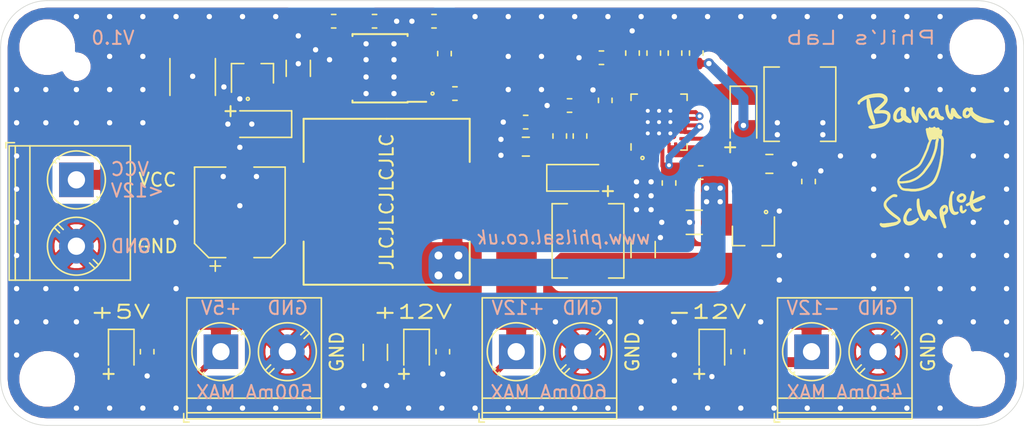
<source format=kicad_pcb>
(kicad_pcb (version 20171130) (host pcbnew "(5.1.6)-1")
  (layers (0 F.Cu signal) (31 B.Cu signal) (34 B.Paste user) (35 F.Paste user) (36 B.SilkS user) (37 F.SilkS user) (38 B.Mask user) (39 F.Mask user) (44 Edge.Cuts user))
  (net 0 "")
  (net 1 "Net-(C1-Pad1)")
  (net 2 GND)
  (net 3 "Net-(C2-Pad2)")
  (net 4 FB)
  (net 5 "Net-(C6-Pad1)")
  (net 6 "Net-(C7-Pad1)")
  (net 7 "Net-(C8-Pad1)")
  (net 8 +12V)
  (net 9 "Net-(C9-Pad2)")
  (net 10 "Net-(C11-Pad1)")
  (net 11 -12V)
  (net 12 "Net-(C12-Pad1)")
  (net 13 "Net-(C13-Pad1)")
  (net 14 "Net-(D3-Pad1)")
  (net 15 VCC)
  (net 16 "Net-(Q2-Pad1)")
  (net 17 "Net-(R1-Pad1)")
  (net 18 "Net-(U2-Pad12)")
  (net 19 "Net-(U2-Pad20)")
  (net 20 "Net-(C2-Pad1)")
  (net 21 "Net-(D2-Pad2)")
  (net 22 +5V)
  (net 23 "Net-(D4-Pad1)")
  (net 24 "Net-(D5-Pad1)")
  (net 25 "Net-(D6-Pad1)")
  (net 26 "Net-(U1-Pad3)")
  (net 27 "Net-(U1-Pad2)")
  (net 28 "Net-(F1-Pad1)")
  (module MountingHole:MountingHole_2.1mm (layer F.Cu) (at 91.25 42.175)
    (fp_text reference REF**)
    (fp_text value MountingHole_1.152mm)
    (pad "" np_thru_hole circle (at 0 0) (size 1.152 1.152) (drill 1.152) (layers *.Cu *.Mask))
  )
  (module MountingHole:MountingHole_2.1mm (layer F.Cu) (at 25 20.775)
    (fp_text reference REF**)
    (fp_text value MountingHole_1.152mm)
    (pad "" np_thru_hole circle (at 0 0) (size 1.152 1.152) (drill 1.152) (layers *.Cu *.Mask))
  )
  (module Fuse:Fuse_1812_4532Metric (layer F.Cu) (at 33.75 21.55 270)
    (fp_text reference F1)
    (fp_text value 1A)
    (pad 2 smd roundrect (at 2.1375 0 270) (size 1.125 3.4) (layers F.Cu F.Paste F.Mask) (roundrect_rratio 0.222222) (net 15 VCC))
    (pad 1 smd roundrect (at -2.1375 0 270) (size 1.125 3.4) (layers F.Cu F.Paste F.Mask) (roundrect_rratio 0.222222) (net 28 "Net-(F1-Pad1)"))
  )
  (module SchmillipKiCADLibrary:SWRB1204S (layer F.Cu) (at 48.35 30.95)
    (fp_text reference L1)
    (fp_text value 47u)
    (pad 2 smd rect (at 4.95 0) (size 2.9 5.4) (layers F.Cu F.Paste F.Mask) (net 22 +5V))
    (pad 1 smd rect (at -4.95 0) (size 2.9 5.4) (layers F.Cu F.Paste F.Mask) (net 3 "Net-(C2-Pad2)"))
  )
  (module Capacitor_SMD:CP_Elec_6.3x7.7 (layer F.Cu) (at 37.3 31.75 90)
    (fp_text reference C4)
    (fp_text value 220u)
    (pad 2 smd roundrect (at 2.7 0 90) (size 3.5 1.6) (layers F.Cu F.Paste F.Mask) (roundrect_rratio 0.15625) (net 2 GND))
    (pad 1 smd roundrect (at -2.7 0 90) (size 3.5 1.6) (layers F.Cu F.Paste F.Mask) (roundrect_rratio 0.15625) (net 22 +5V))
  )
  (module BananSchplitSilk:BananaSchplitSilkLogoDrawn (layer F.Cu) (at 89 28)
    (fp_text reference G*** hide)
    (fp_text value LOGO hide)
  )
  (module Package_SO:TI_SO-PowerPAD-8_ThermalVias (layer F.Cu) (at 47.85 20.895 180)
    (fp_text reference U1)
    (fp_text value TPS5430DDA)
    (pad 9 smd rect (at 0 0 180) (size 2.95 4.5) (layers B.Cu) (net 2 GND))
    (pad 8 smd rect (at 2.7 -1.905 180) (size 1.55 0.6) (layers F.Cu F.Paste F.Mask) (net 3 "Net-(C2-Pad2)"))
    (pad 7 smd rect (at 2.7 -0.635 180) (size 1.55 0.6) (layers F.Cu F.Paste F.Mask) (net 1 "Net-(C1-Pad1)"))
    (pad 6 smd rect (at 2.7 0.635 180) (size 1.55 0.6) (layers F.Cu F.Paste F.Mask) (net 2 GND))
    (pad 5 smd rect (at 2.7 1.905 180) (size 1.55 0.6) (layers F.Cu F.Paste F.Mask) (net 17 "Net-(R1-Pad1)"))
    (pad 4 smd rect (at -2.7 1.905 180) (size 1.55 0.6) (layers F.Cu F.Paste F.Mask) (net 4 FB))
    (pad 3 smd rect (at -2.7 0.635 180) (size 1.55 0.6) (layers F.Cu F.Paste F.Mask) (net 26 "Net-(U1-Pad3)"))
    (pad 2 smd rect (at -2.7 -0.635 180) (size 1.55 0.6) (layers F.Cu F.Paste F.Mask) (net 27 "Net-(U1-Pad2)"))
    (pad 1 smd rect (at -2.7 -1.905 180) (size 1.55 0.6) (layers F.Cu F.Paste F.Mask) (net 20 "Net-(C2-Pad1)"))
    (pad 9 smd rect (at 0 0 180) (size 2.95 4.5) (layers F.Cu) (net 2 GND))
    (pad 9 smd rect (at 0 0 180) (size 2.6 3.1) (layers F.Cu F.Paste F.Mask) (net 2 GND))
  )
  (module MountingHole:MountingHole_3.2mm_M3 (layer F.Cu) (at 92.8 19.3)
    (fp_text reference H4)
    (fp_text value MountingHole)
    (pad 1 np_thru_hole circle (at 0 0) (size 3.2 3.2) (drill 3.2) (layers *.Cu *.Mask))
  )
  (module MountingHole:MountingHole_3.2mm_M3 (layer F.Cu) (at 22.8 19.3)
    (fp_text reference H3)
    (fp_text value MountingHole)
    (pad 1 np_thru_hole circle (at 0 0) (size 3.2 3.2) (drill 3.2) (layers *.Cu *.Mask))
  )
  (module MountingHole:MountingHole_3.2mm_M3 (layer F.Cu) (at 92.8 44.3)
    (fp_text reference H2)
    (fp_text value MountingHole)
    (pad 1 np_thru_hole circle (at 0 0) (size 3.2 3.2) (drill 3.2) (layers *.Cu *.Mask))
  )
  (module MountingHole:MountingHole_3.2mm_M3 (layer F.Cu) (at 22.8 44.3)
    (fp_text reference H1)
    (fp_text value MountingHole)
    (pad 1 np_thru_hole circle (at 0 0) (size 3.2 3.2) (drill 3.2) (layers *.Cu *.Mask))
  )
  (module Resistor_SMD:R_0603_1608Metric (layer F.Cu) (at 74.775 42.25 90)
    (fp_text reference R14)
    (fp_text value 5k1)
    (pad 2 smd roundrect (at 0.7875 0 90) (size 0.875 0.95) (layers F.Cu F.Paste F.Mask) (net 25 "Net-(D6-Pad1)"))
    (pad 1 smd roundrect (at -0.7875 0 90) (size 0.875 0.95) (layers F.Cu F.Paste F.Mask) (net 11 -12V))
  )
  (module Resistor_SMD:R_0603_1608Metric (layer F.Cu) (at 52.575 42.25 90)
    (fp_text reference R13)
    (fp_text value 4k3)
    (pad 2 smd roundrect (at 0.7875 0 90) (size 0.875 0.95) (layers F.Cu F.Paste F.Mask) (net 24 "Net-(D5-Pad1)"))
    (pad 1 smd roundrect (at -0.7875 0 90) (size 0.875 0.95) (layers F.Cu F.Paste F.Mask) (net 2 GND))
  )
  (module Resistor_SMD:R_0603_1608Metric (layer F.Cu) (at 30.325 42.25 90)
    (fp_text reference R12)
    (fp_text value 1k5)
    (pad 2 smd roundrect (at 0.7875 0 90) (size 0.875 0.95) (layers F.Cu F.Paste F.Mask) (net 23 "Net-(D4-Pad1)"))
    (pad 1 smd roundrect (at -0.7875 0 90) (size 0.875 0.95) (layers F.Cu F.Paste F.Mask) (net 2 GND))
  )
  (module Resistor_SMD:R_0603_1608Metric (layer F.Cu) (at 44.3625 17.35 180)
    (fp_text reference R1)
    (fp_text value 100k)
    (pad 2 smd roundrect (at 0.7875 0 180) (size 0.875 0.95) (layers F.Cu F.Paste F.Mask) (net 1 "Net-(C1-Pad1)"))
    (pad 1 smd roundrect (at -0.7875 0 180) (size 0.875 0.95) (layers F.Cu F.Paste F.Mask) (net 17 "Net-(R1-Pad1)"))
  )
  (module TerminalBlock_Phoenix:TerminalBlock_Phoenix_PT-1,5-2-5.0-H_1x02_P5.00mm_Horizontal (layer F.Cu) (at 35.875 42.25)
    (fp_text reference J2)
    (fp_text value Screw_Terminal_01x02)
    (pad 2 thru_hole circle (at 5 0) (size 2.6 2.6) (drill 1.3) (layers *.Cu *.Mask) (net 2 GND))
    (pad 1 thru_hole rect (at 0 0) (size 2.6 2.6) (drill 1.3) (layers *.Cu *.Mask) (net 22 +5V))
  )
  (module LED_SMD:LED_0805_2012Metric (layer F.Cu) (at 72.825 42.25 270)
    (fp_text reference D6)
    (fp_text value YELLOW)
    (pad 2 smd roundrect (at 0.9375 0 270) (size 0.975 1.4) (layers F.Cu F.Paste F.Mask) (net 2 GND))
    (pad 1 smd roundrect (at -0.9375 0 270) (size 0.975 1.4) (layers F.Cu F.Paste F.Mask) (net 25 "Net-(D6-Pad1)"))
  )
  (module LED_SMD:LED_0805_2012Metric (layer F.Cu) (at 50.6 42.25 270)
    (fp_text reference D5)
    (fp_text value GREEN)
    (pad 2 smd roundrect (at 0.9375 0 270) (size 0.975 1.4) (layers F.Cu F.Paste F.Mask) (net 8 +12V))
    (pad 1 smd roundrect (at -0.9375 0 270) (size 0.975 1.4) (layers F.Cu F.Paste F.Mask) (net 24 "Net-(D5-Pad1)"))
  )
  (module LED_SMD:LED_0805_2012Metric (layer F.Cu) (at 28.375 42.25 270)
    (fp_text reference D4)
    (fp_text value RED)
    (pad 2 smd roundrect (at 0.9375 0 270) (size 0.975 1.4) (layers F.Cu F.Paste F.Mask) (net 22 +5V))
    (pad 1 smd roundrect (at -0.9375 0 270) (size 0.975 1.4) (layers F.Cu F.Paste F.Mask) (net 23 "Net-(D4-Pad1)"))
  )
  (module Capacitor_SMD:C_1206_3216Metric (layer F.Cu) (at 41.7 20.9 90)
    (fp_text reference C1)
    (fp_text value 10u)
    (pad 1 smd roundrect (at -1.4 0 90) (size 1.25 1.75) (layers F.Cu F.Paste F.Mask) (roundrect_rratio 0.2) (net 1 "Net-(C1-Pad1)"))
    (pad 2 smd roundrect (at 1.4 0 90) (size 1.25 1.75) (layers F.Cu F.Paste F.Mask) (roundrect_rratio 0.2) (net 2 GND))
  )
  (module Capacitor_SMD:C_0603_1608Metric (layer F.Cu) (at 53.4875 22.8)
    (fp_text reference C2)
    (fp_text value 10n)
    (pad 2 smd roundrect (at 0.7875 0) (size 0.875 0.95) (layers F.Cu F.Paste F.Mask) (net 3 "Net-(C2-Pad2)"))
    (pad 1 smd roundrect (at -0.7875 0) (size 0.875 0.95) (layers F.Cu F.Paste F.Mask) (net 20 "Net-(C2-Pad1)"))
  )
  (module Capacitor_SMD:C_1206_3216Metric (layer F.Cu) (at 47.5 42.3 270)
    (fp_text reference C3)
    (fp_text value 10u)
    (pad 2 smd roundrect (at 1.4 0 270) (size 1.25 1.75) (layers F.Cu F.Paste F.Mask) (roundrect_rratio 0.2) (net 2 GND))
    (pad 1 smd roundrect (at -1.4 0 270) (size 1.25 1.75) (layers F.Cu F.Paste F.Mask) (roundrect_rratio 0.2) (net 22 +5V))
  )
  (module Capacitor_SMD:C_1206_3216Metric (layer F.Cu) (at 71.5 32.5 180)
    (fp_text reference C5)
    (fp_text value 10u)
    (pad 1 smd roundrect (at -1.4 0 180) (size 1.25 1.75) (layers F.Cu F.Paste F.Mask) (roundrect_rratio 0.2) (net 22 +5V))
    (pad 2 smd roundrect (at 1.4 0 180) (size 1.25 1.75) (layers F.Cu F.Paste F.Mask) (roundrect_rratio 0.2) (net 2 GND))
  )
  (module Capacitor_SMD:C_1206_3216Metric (layer F.Cu) (at 67.65 34.55 90)
    (fp_text reference C6)
    (fp_text value 10u)
    (pad 2 smd roundrect (at 1.4 0 90) (size 1.25 1.75) (layers F.Cu F.Paste F.Mask) (roundrect_rratio 0.2) (net 2 GND))
    (pad 1 smd roundrect (at -1.4 0 90) (size 1.25 1.75) (layers F.Cu F.Paste F.Mask) (roundrect_rratio 0.2) (net 5 "Net-(C6-Pad1)"))
  )
  (module Capacitor_SMD:C_0603_1608Metric (layer F.Cu) (at 69.6 29.5375 270)
    (fp_text reference C7)
    (fp_text value 100n)
    (pad 1 smd roundrect (at -0.7875 0 270) (size 0.875 0.95) (layers F.Cu F.Paste F.Mask) (net 6 "Net-(C7-Pad1)"))
    (pad 2 smd roundrect (at 0.7875 0 270) (size 0.875 0.95) (layers F.Cu F.Paste F.Mask) (net 2 GND))
  )
  (module Capacitor_SMD:C_0603_1608Metric (layer F.Cu) (at 64.8 23.3125 90)
    (fp_text reference C8)
    (fp_text value 10n)
    (pad 1 smd roundrect (at -0.7875 0 90) (size 0.875 0.95) (layers F.Cu F.Paste F.Mask) (net 7 "Net-(C8-Pad1)"))
    (pad 2 smd roundrect (at 0.7875 0 90) (size 0.875 0.95) (layers F.Cu F.Paste F.Mask) (net 2 GND))
  )
  (module Capacitor_SMD:C_0603_1608Metric (layer F.Cu) (at 61.375 26 90)
    (fp_text reference C9)
    (fp_text value 6p8)
    (pad 1 smd roundrect (at -0.7875 0 90) (size 0.875 0.95) (layers F.Cu F.Paste F.Mask) (net 8 +12V))
    (pad 2 smd roundrect (at 0.7875 0 90) (size 0.875 0.95) (layers F.Cu F.Paste F.Mask) (net 9 "Net-(C9-Pad2)"))
  )
  (module Capacitor_SMD:C_0805_2012Metric (layer F.Cu) (at 58.825 26.8 180)
    (fp_text reference C10)
    (fp_text value 22u)
    (pad 1 smd roundrect (at -0.9375 0 180) (size 0.975 1.4) (layers F.Cu F.Paste F.Mask) (net 8 +12V))
    (pad 2 smd roundrect (at 0.9375 0 180) (size 0.975 1.4) (layers F.Cu F.Paste F.Mask) (net 2 GND))
  )
  (module Capacitor_SMD:C_0603_1608Metric (layer F.Cu) (at 71.65 19.75 270)
    (fp_text reference C11)
    (fp_text value 8p2)
    (pad 1 smd roundrect (at -0.7875 0 270) (size 0.875 0.95) (layers F.Cu F.Paste F.Mask) (net 10 "Net-(C11-Pad1)"))
    (pad 2 smd roundrect (at 0.7875 0 270) (size 0.875 0.95) (layers F.Cu F.Paste F.Mask) (net 11 -12V))
  )
  (module Capacitor_SMD:C_0603_1608Metric (layer F.Cu) (at 66.85 19.75 90)
    (fp_text reference C12)
    (fp_text value 220n)
    (pad 2 smd roundrect (at 0.7875 0 90) (size 0.875 0.95) (layers F.Cu F.Paste F.Mask) (net 2 GND))
    (pad 1 smd roundrect (at -0.7875 0 90) (size 0.875 0.95) (layers F.Cu F.Paste F.Mask) (net 12 "Net-(C12-Pad1)"))
  )
  (module Capacitor_SMD:C_0603_1608Metric (layer F.Cu) (at 64.5125 20.1 180)
    (fp_text reference C13)
    (fp_text value 4n7)
    (pad 2 smd roundrect (at 0.7875 0 180) (size 0.875 0.95) (layers F.Cu F.Paste F.Mask) (net 2 GND))
    (pad 1 smd roundrect (at -0.7875 0 180) (size 0.875 0.95) (layers F.Cu F.Paste F.Mask) (net 13 "Net-(C13-Pad1)"))
  )
  (module Capacitor_SMD:C_0805_2012Metric (layer F.Cu) (at 77.15 28.1)
    (fp_text reference C14)
    (fp_text value 22u)
    (pad 2 smd roundrect (at 0.9375 0) (size 0.975 1.4) (layers F.Cu F.Paste F.Mask) (net 2 GND))
    (pad 1 smd roundrect (at -0.9375 0) (size 0.975 1.4) (layers F.Cu F.Paste F.Mask) (net 11 -12V))
  )
  (module Diode_SMD:D_SOD-123 (layer F.Cu) (at 62.65 29.15)
    (fp_text reference D2)
    (fp_text value B5819W)
    (pad 2 smd rect (at 1.65 0) (size 0.9 1.2) (layers F.Cu F.Paste F.Mask) (net 21 "Net-(D2-Pad2)"))
    (pad 1 smd rect (at -1.65 0) (size 0.9 1.2) (layers F.Cu F.Paste F.Mask) (net 8 +12V))
  )
  (module Diode_SMD:D_SOD-123 (layer F.Cu) (at 38.95 25.1 180)
    (fp_text reference D1)
    (fp_text value B5819W)
    (pad 1 smd rect (at -1.65 0 180) (size 0.9 1.2) (layers F.Cu F.Paste F.Mask) (net 3 "Net-(C2-Pad2)"))
    (pad 2 smd rect (at 1.65 0 180) (size 0.9 1.2) (layers F.Cu F.Paste F.Mask) (net 2 GND))
  )
  (module Diode_SMD:D_SOD-123 (layer F.Cu) (at 75.2 24.5 270)
    (fp_text reference D3)
    (fp_text value B5819W)
    (pad 1 smd rect (at -1.65 0 270) (size 0.9 1.2) (layers F.Cu F.Paste F.Mask) (net 14 "Net-(D3-Pad1)"))
    (pad 2 smd rect (at 1.65 0 270) (size 0.9 1.2) (layers F.Cu F.Paste F.Mask) (net 11 -12V))
  )
  (module TerminalBlock_Phoenix:TerminalBlock_Phoenix_PT-1,5-2-5.0-H_1x02_P5.00mm_Horizontal (layer F.Cu) (at 25 29.3 270)
    (fp_text reference J1)
    (fp_text value Screw_Terminal_01x02)
    (pad 1 thru_hole rect (at 0 0 270) (size 2.6 2.6) (drill 1.3) (layers *.Cu *.Mask) (net 15 VCC))
    (pad 2 thru_hole circle (at 5 0 270) (size 2.6 2.6) (drill 1.3) (layers *.Cu *.Mask) (net 2 GND))
  )
  (module TerminalBlock_Phoenix:TerminalBlock_Phoenix_PT-1,5-2-5.0-H_1x02_P5.00mm_Horizontal (layer F.Cu) (at 58.1 42.25)
    (fp_text reference J3)
    (fp_text value Screw_Terminal_01x02)
    (pad 2 thru_hole circle (at 5 0) (size 2.6 2.6) (drill 1.3) (layers *.Cu *.Mask) (net 2 GND))
    (pad 1 thru_hole rect (at 0 0) (size 2.6 2.6) (drill 1.3) (layers *.Cu *.Mask) (net 8 +12V))
  )
  (module TerminalBlock_Phoenix:TerminalBlock_Phoenix_PT-1,5-2-5.0-H_1x02_P5.00mm_Horizontal (layer F.Cu) (at 80.325 42.25)
    (fp_text reference J4)
    (fp_text value Screw_Terminal_01x02)
    (pad 1 thru_hole rect (at 0 0) (size 2.6 2.6) (drill 1.3) (layers *.Cu *.Mask) (net 11 -12V))
    (pad 2 thru_hole circle (at 5 0) (size 2.6 2.6) (drill 1.3) (layers *.Cu *.Mask) (net 2 GND))
  )
  (module Inductor_SMD:L_Sunlord_MWSA0518_5.4x5.2mm (layer F.Cu) (at 63.5 33.9 90)
    (fp_text reference L2)
    (fp_text value 10u)
    (pad 1 smd rect (at -2.05 0 90) (size 1.9 2.5) (layers F.Cu F.Paste F.Mask) (net 5 "Net-(C6-Pad1)"))
    (pad 2 smd rect (at 2.05 0 90) (size 1.9 2.5) (layers F.Cu F.Paste F.Mask) (net 21 "Net-(D2-Pad2)"))
  )
  (module Inductor_SMD:L_Sunlord_MWSA0518_5.4x5.2mm (layer F.Cu) (at 79.45 23.6 270)
    (fp_text reference L3)
    (fp_text value 10u)
    (pad 1 smd rect (at -2.05 0 270) (size 1.9 2.5) (layers F.Cu F.Paste F.Mask) (net 14 "Net-(D3-Pad1)"))
    (pad 2 smd rect (at 2.05 0 270) (size 1.9 2.5) (layers F.Cu F.Paste F.Mask) (net 2 GND))
  )
  (module Package_TO_SOT_SMD:SOT-23 (layer F.Cu) (at 38.25 21.3 90)
    (fp_text reference Q1)
    (fp_text value AO3401A)
    (pad 3 smd rect (at 1 0 90) (size 0.9 0.8) (layers F.Cu F.Paste F.Mask) (net 28 "Net-(F1-Pad1)"))
    (pad 2 smd rect (at -1 0.95 90) (size 0.9 0.8) (layers F.Cu F.Paste F.Mask) (net 1 "Net-(C1-Pad1)"))
    (pad 1 smd rect (at -1 -0.95 90) (size 0.9 0.8) (layers F.Cu F.Paste F.Mask) (net 2 GND))
  )
  (module Package_TO_SOT_SMD:SOT-23 (layer F.Cu) (at 75.95 33.5 270)
    (fp_text reference Q2)
    (fp_text value AO3401A)
    (pad 1 smd rect (at -1 -0.95 270) (size 0.9 0.8) (layers F.Cu F.Paste F.Mask) (net 16 "Net-(Q2-Pad1)"))
    (pad 2 smd rect (at -1 0.95 270) (size 0.9 0.8) (layers F.Cu F.Paste F.Mask) (net 22 +5V))
    (pad 3 smd rect (at 1 0 270) (size 0.9 0.8) (layers F.Cu F.Paste F.Mask) (net 5 "Net-(C6-Pad1)"))
  )
  (module Resistor_SMD:R_0603_1608Metric (layer F.Cu) (at 47.4375 17.35 180)
    (fp_text reference R2)
    (fp_text value 100k)
    (pad 1 smd roundrect (at -0.7875 0 180) (size 0.875 0.95) (layers F.Cu F.Paste F.Mask) (net 2 GND))
    (pad 2 smd roundrect (at 0.7875 0 180) (size 0.875 0.95) (layers F.Cu F.Paste F.Mask) (net 17 "Net-(R1-Pad1)"))
  )
  (module Resistor_SMD:R_0603_1608Metric (layer F.Cu) (at 52.7 19.7875 270)
    (fp_text reference R3)
    (fp_text value 10k)
    (pad 1 smd roundrect (at -0.7875 0 270) (size 0.875 0.95) (layers F.Cu F.Paste F.Mask) (net 4 FB))
    (pad 2 smd roundrect (at 0.7875 0 270) (size 0.875 0.95) (layers F.Cu F.Paste F.Mask) (net 22 +5V))
  )
  (module Resistor_SMD:R_0603_1608Metric (layer F.Cu) (at 51.9125 17.35)
    (fp_text reference R4)
    (fp_text value 3k3)
    (pad 2 smd roundrect (at 0.7875 0) (size 0.875 0.95) (layers F.Cu F.Paste F.Mask) (net 4 FB))
    (pad 1 smd roundrect (at -0.7875 0) (size 0.875 0.95) (layers F.Cu F.Paste F.Mask) (net 2 GND))
  )
  (module Resistor_SMD:R_0603_1608Metric (layer F.Cu) (at 71.9875 28.75)
    (fp_text reference R5)
    (fp_text value 100)
    (pad 2 smd roundrect (at 0.7875 0) (size 0.875 0.95) (layers F.Cu F.Paste F.Mask) (net 22 +5V))
    (pad 1 smd roundrect (at -0.7875 0) (size 0.875 0.95) (layers F.Cu F.Paste F.Mask) (net 6 "Net-(C7-Pad1)"))
  )
  (module Resistor_SMD:R_0603_1608Metric (layer F.Cu) (at 62.9 26 270)
    (fp_text reference R6)
    (fp_text value 1M)
    (pad 1 smd roundrect (at -0.7875 0 270) (size 0.875 0.95) (layers F.Cu F.Paste F.Mask) (net 9 "Net-(C9-Pad2)"))
    (pad 2 smd roundrect (at 0.7875 0 270) (size 0.875 0.95) (layers F.Cu F.Paste F.Mask) (net 8 +12V))
  )
  (module Resistor_SMD:R_0603_1608Metric (layer F.Cu) (at 62.1125 23.7)
    (fp_text reference R7)
    (fp_text value 110k)
    (pad 2 smd roundrect (at 0.7875 0) (size 0.875 0.95) (layers F.Cu F.Paste F.Mask) (net 9 "Net-(C9-Pad2)"))
    (pad 1 smd roundrect (at -0.7875 0) (size 0.875 0.95) (layers F.Cu F.Paste F.Mask) (net 2 GND))
  )
  (module Resistor_SMD:R_0603_1608Metric (layer F.Cu) (at 68.45 19.75 90)
    (fp_text reference R8)
    (fp_text value 100k)
    (pad 1 smd roundrect (at -0.7875 0 90) (size 0.875 0.95) (layers F.Cu F.Paste F.Mask) (net 10 "Net-(C11-Pad1)"))
    (pad 2 smd roundrect (at 0.7875 0 90) (size 0.875 0.95) (layers F.Cu F.Paste F.Mask) (net 12 "Net-(C12-Pad1)"))
  )
  (module Resistor_SMD:R_0603_1608Metric (layer F.Cu) (at 70.05 19.75 90)
    (fp_text reference R9)
    (fp_text value 1M)
    (pad 2 smd roundrect (at 0.7875 0 90) (size 0.875 0.95) (layers F.Cu F.Paste F.Mask) (net 10 "Net-(C11-Pad1)"))
    (pad 1 smd roundrect (at -0.7875 0 90) (size 0.875 0.95) (layers F.Cu F.Paste F.Mask) (net 11 -12V))
  )
  (module Resistor_SMD:R_0603_1608Metric (layer F.Cu) (at 58.8125 24.95)
    (fp_text reference R10)
    (fp_text value 12k)
    (pad 1 smd roundrect (at -0.7875 0) (size 0.875 0.95) (layers F.Cu F.Paste F.Mask) (net 2 GND))
    (pad 2 smd roundrect (at 0.7875 0) (size 0.875 0.95) (layers F.Cu F.Paste F.Mask) (net 8 +12V))
  )
  (module Resistor_SMD:R_0603_1608Metric (layer F.Cu) (at 80.1 29.425 270)
    (fp_text reference R11)
    (fp_text value 12k)
    (pad 1 smd roundrect (at -0.7875 0 270) (size 0.875 0.95) (layers F.Cu F.Paste F.Mask) (net 2 GND))
    (pad 2 smd roundrect (at 0.7875 0 270) (size 0.875 0.95) (layers F.Cu F.Paste F.Mask) (net 11 -12V))
  )
  (module Package_DFN_QFN:QFN-24-1EP_4x4mm_P0.5mm_EP2.6x2.6mm (layer F.Cu) (at 68.85 24.95 90)
    (fp_text reference U2)
    (fp_text value TPS65131RGER)
    (pad 25 smd roundrect (at 0 0 90) (size 2.6 2.6) (layers F.Cu F.Mask) (roundrect_rratio 0.096154) (net 2 GND))
    (pad 1 smd roundrect (at -1.9375 -1.25 90) (size 0.825 0.25) (layers F.Cu F.Paste F.Mask) (net 21 "Net-(D2-Pad2)"))
    (pad 2 smd roundrect (at -1.9375 -0.75 90) (size 0.825 0.25) (layers F.Cu F.Paste F.Mask) (net 2 GND))
    (pad 3 smd roundrect (at -1.9375 -0.25 90) (size 0.825 0.25) (layers F.Cu F.Paste F.Mask) (net 2 GND))
    (pad 4 smd roundrect (at -1.9375 0.25 90) (size 0.825 0.25) (layers F.Cu F.Paste F.Mask) (net 6 "Net-(C7-Pad1)"))
    (pad 5 smd roundrect (at -1.9375 0.75 90) (size 0.825 0.25) (layers F.Cu F.Paste F.Mask) (net 22 +5V))
    (pad 6 smd roundrect (at -1.9375 1.25 90) (size 0.825 0.25) (layers F.Cu F.Paste F.Mask) (net 22 +5V))
    (pad 7 smd roundrect (at -1.25 1.9375 90) (size 0.25 0.825) (layers F.Cu F.Paste F.Mask) (net 16 "Net-(Q2-Pad1)"))
    (pad 8 smd roundrect (at -0.75 1.9375 90) (size 0.25 0.825) (layers F.Cu F.Paste F.Mask) (net 6 "Net-(C7-Pad1)"))
    (pad 9 smd roundrect (at -0.25 1.9375 90) (size 0.25 0.825) (layers F.Cu F.Paste F.Mask) (net 6 "Net-(C7-Pad1)"))
    (pad 10 smd roundrect (at 0.25 1.9375 90) (size 0.25 0.825) (layers F.Cu F.Paste F.Mask) (net 6 "Net-(C7-Pad1)"))
    (pad 11 smd roundrect (at 0.75 1.9375 90) (size 0.25 0.825) (layers F.Cu F.Paste F.Mask) (net 6 "Net-(C7-Pad1)"))
    (pad 12 smd roundrect (at 1.25 1.9375 90) (size 0.25 0.825) (layers F.Cu F.Paste F.Mask) (net 18 "Net-(U2-Pad12)"))
    (pad 13 smd roundrect (at 1.9375 1.25 90) (size 0.825 0.25) (layers F.Cu F.Paste F.Mask) (net 14 "Net-(D3-Pad1)"))
    (pad 14 smd roundrect (at 1.9375 0.75 90) (size 0.825 0.25) (layers F.Cu F.Paste F.Mask) (net 14 "Net-(D3-Pad1)"))
    (pad 15 smd roundrect (at 1.9375 0.25 90) (size 0.825 0.25) (layers F.Cu F.Paste F.Mask) (net 11 -12V))
    (pad 16 smd roundrect (at 1.9375 -0.25 90) (size 0.825 0.25) (layers F.Cu F.Paste F.Mask) (net 10 "Net-(C11-Pad1)"))
    (pad 17 smd roundrect (at 1.9375 -0.75 90) (size 0.825 0.25) (layers F.Cu F.Paste F.Mask) (net 12 "Net-(C12-Pad1)"))
    (pad 18 smd roundrect (at 1.9375 -1.25 90) (size 0.825 0.25) (layers F.Cu F.Paste F.Mask) (net 13 "Net-(C13-Pad1)"))
    (pad 19 smd roundrect (at 1.25 -1.9375 90) (size 0.25 0.825) (layers F.Cu F.Paste F.Mask) (net 2 GND))
    (pad 20 smd roundrect (at 0.75 -1.9375 90) (size 0.25 0.825) (layers F.Cu F.Paste F.Mask) (net 19 "Net-(U2-Pad20)"))
    (pad 21 smd roundrect (at 0.25 -1.9375 90) (size 0.25 0.825) (layers F.Cu F.Paste F.Mask) (net 7 "Net-(C8-Pad1)"))
    (pad 22 smd roundrect (at -0.25 -1.9375 90) (size 0.25 0.825) (layers F.Cu F.Paste F.Mask) (net 9 "Net-(C9-Pad2)"))
    (pad 23 smd roundrect (at -0.75 -1.9375 90) (size 0.25 0.825) (layers F.Cu F.Paste F.Mask) (net 8 +12V))
    (pad 24 smd roundrect (at -1.25 -1.9375 90) (size 0.25 0.825) (layers F.Cu F.Paste F.Mask) (net 21 "Net-(D2-Pad2)"))
  )
  (gr_text "Phil's Lab" (at 84.05 18.6) (layer B.SilkS) (effects (font (size 1 1.5)) (justify mirror)))
  (gr_circle (center 37.9 23.2) (end 37.95 23.2) (layer F.SilkS) (width 0.12))
  (gr_circle (center 51.8 22.8) (end 51.8 22.85) (layer F.SilkS) (width 0.12))
  (gr_text "500mA MAX" (at 38.4 45.3) (layer B.SilkS) (effects (font (size 1 1)) (justify mirror)))
  (gr_text "450mA MAX" (at 82.85 45.3) (layer B.SilkS) (effects (font (size 1 1)) (justify mirror)))
  (gr_text "600mA MAX" (at 60.55 45.3) (layer B.SilkS) (effects (font (size 1 1)) (justify mirror)))
  (gr_text GND (at 27.5 34.3) (layer B.SilkS) (effects (font (size 1 1)) (justify right mirror)))
  (gr_text "VCC\n<12V" (at 27.5 29.3) (layer B.SilkS) (effects (font (size 1 1)) (justify right mirror)))
  (gr_text -12V (at 80.45 38.95) (layer B.SilkS) (effects (font (size 1 1)) (justify mirror)))
  (gr_text GND (at 85.3 38.95) (layer B.SilkS) (effects (font (size 1 1)) (justify mirror)))
  (gr_text GND (at 63.1 38.95) (layer B.SilkS) (effects (font (size 1 1)) (justify mirror)))
  (gr_text +12V (at 58.25 38.95) (layer B.SilkS) (effects (font (size 1 1)) (justify mirror)))
  (gr_text +5V (at 35.9 38.95) (layer B.SilkS) (effects (font (size 1 1)) (justify mirror)))
  (gr_text GND (at 40.9 38.95) (layer B.SilkS) (effects (font (size 1 1)) (justify mirror)))
  (gr_text V1.0 (at 27.75 18.6) (layer B.SilkS) (effects (font (size 1 1)) (justify mirror)))
  (gr_circle (center 76.9 31.725) (end 76.925 31.775) (layer F.SilkS) (width 0.12))
  (gr_circle (center 67.6 27.65) (end 67.625 27.7) (layer F.SilkS) (width 0.12))
  (gr_text + (at 36.6 24.05) (layer F.SilkS) (effects (font (size 1 1))))
  (gr_text + (at 65 30.075) (layer F.SilkS) (effects (font (size 1 1))))
  (gr_text + (at 74.2 26.775) (layer F.SilkS) (effects (font (size 1 1))))
  (gr_text + (at 71.875 43.85) (layer F.SilkS) (effects (font (size 1 1))))
  (gr_text + (at 49.65 43.85) (layer F.SilkS) (effects (font (size 1 1))))
  (gr_text + (at 27.425 43.85) (layer F.SilkS) (effects (font (size 1 1))))
  (gr_text www.philsal.co.uk (at 61.7 33.65) (layer B.SilkS) (effects (font (size 1 1) (thickness 0.15) italic) (justify mirror)))
  (gr_text JLCJLCJLCJLC (at 48.35 30.95 90) (layer F.SilkS) (effects (font (size 1 1))))
  (gr_text VCC (at 31.1 29.3) (layer F.SilkS) (effects (font (size 1 1))))
  (gr_text GND (at 31.1 34.3) (layer F.SilkS) (effects (font (size 1 1))))
  (gr_text GND (at 89.1 42.25 90) (layer F.SilkS) (effects (font (size 1 1))))
  (gr_text GND (at 66.85 42.25 90) (layer F.SilkS) (effects (font (size 1 1))))
  (gr_text GND (at 44.6 42.25 90) (layer F.SilkS) (effects (font (size 1 1))))
  (gr_text -12V (at 72.45 39.25) (layer F.SilkS) (effects (font (size 1 1.5))))
  (gr_text +12V (at 50.3 39.25) (layer F.SilkS) (effects (font (size 1 1.5))))
  (gr_text +5V (at 28.3 39.25) (layer F.SilkS) (effects (font (size 1 1.5))))
  (gr_arc (start 22.8 19.3) (end 22.8 15.8) (angle -90) (layer Edge.Cuts) (width 0.05))
  (gr_arc (start 92.8 19.3) (end 96.3 19.3) (angle -90) (layer Edge.Cuts) (width 0.05))
  (gr_arc (start 92.8 44.3) (end 92.8 47.8) (angle -90) (layer Edge.Cuts) (width 0.05))
  (gr_arc (start 22.8 44.3) (end 19.3 44.3) (angle -90) (layer Edge.Cuts) (width 0.05))
  (gr_line (start 19.3 19.3) (end 19.3 44.3) (layer Edge.Cuts) (width 0.05))
  (gr_line (start 92.8 15.8) (end 22.8 15.8) (layer Edge.Cuts) (width 0.05))
  (gr_line (start 96.3 44.3) (end 96.3 19.3) (layer Edge.Cuts) (width 0.05))
  (gr_line (start 22.8 47.8) (end 92.8 47.8) (layer Edge.Cuts) (width 0.05))
  (segment (start 42.47 21.53) (end 41.7 22.3) (width 1) (layer F.Cu) (net 1))
  (segment (start 45.15 21.53) (end 42.47 21.53) (width 1) (layer F.Cu) (net 1))
  (segment (start 39.85 21.65) (end 40.5 22.3) (width 0.5) (layer F.Cu) (net 1))
  (segment (start 39.85 18.6) (end 39.85 21.65) (width 0.5) (layer F.Cu) (net 1))
  (segment (start 40.5 22.3) (end 39.2 22.3) (width 1.5) (layer F.Cu) (net 1))
  (segment (start 41.7 22.3) (end 40.5 22.3) (width 1.5) (layer F.Cu) (net 1))
  (segment (start 43.575 17.35) (end 41.1 17.35) (width 0.5) (layer F.Cu) (net 1))
  (segment (start 41.1 17.35) (end 39.85 18.6) (width 0.5) (layer F.Cu) (net 1))
  (via (at 68.85 24.95) (size 0.6) (drill 0.3) (layers F.Cu B.Cu) (net 2))
  (via (at 68 24.95) (size 0.6) (drill 0.3) (layers F.Cu B.Cu) (net 2))
  (via (at 68 24.1) (size 0.6) (drill 0.3) (layers F.Cu B.Cu) (net 2))
  (via (at 68.85 24.1) (size 0.6) (drill 0.3) (layers F.Cu B.Cu) (net 2))
  (via (at 69.7 24.1) (size 0.6) (drill 0.3) (layers F.Cu B.Cu) (net 2))
  (via (at 69.7 24.95) (size 0.6) (drill 0.3) (layers F.Cu B.Cu) (net 2))
  (via (at 69.7 25.8) (size 0.6) (drill 0.3) (layers F.Cu B.Cu) (net 2))
  (via (at 68.85 25.8) (size 0.6) (drill 0.3) (layers F.Cu B.Cu) (net 2))
  (via (at 68 25.8) (size 0.6) (drill 0.3) (layers F.Cu B.Cu) (net 2))
  (via (at 56.95 26.25) (size 0.8) (drill 0.4) (layers F.Cu B.Cu) (net 2))
  (via (at 57.125 24.95) (size 0.8) (drill 0.4) (layers F.Cu B.Cu) (net 2))
  (via (at 60.425 23.7) (size 0.8) (drill 0.4) (layers F.Cu B.Cu) (net 2))
  (via (at 63.875 22.525) (size 0.8) (drill 0.4) (layers F.Cu B.Cu) (net 2))
  (via (at 62.825 20.1) (size 0.8) (drill 0.4) (layers F.Cu B.Cu) (net 2))
  (via (at 66.825 18.075) (size 0.8) (drill 0.4) (layers F.Cu B.Cu) (net 2))
  (via (at 79.05 28.1) (size 0.8) (drill 0.4) (layers F.Cu B.Cu) (net 2))
  (via (at 81.025 28.625) (size 0.8) (drill 0.4) (layers F.Cu B.Cu) (net 2))
  (via (at 81.175 25.9) (size 0.8) (drill 0.4) (layers F.Cu B.Cu) (net 2))
  (via (at 81.175 25) (size 0.8) (drill 0.4) (layers F.Cu B.Cu) (net 2))
  (via (at 77.75 25) (size 0.8) (drill 0.4) (layers F.Cu B.Cu) (net 2))
  (via (at 77.75 25.9) (size 0.8) (drill 0.4) (layers F.Cu B.Cu) (net 2))
  (via (at 68.95 33.65) (size 0.8) (drill 0.4) (layers F.Cu B.Cu) (net 2))
  (via (at 69.05 32.5) (size 0.8) (drill 0.4) (layers F.Cu B.Cu) (net 2))
  (via (at 52.575 43.925) (size 0.8) (drill 0.4) (layers F.Cu B.Cu) (net 2))
  (via (at 72.825 44.125) (size 0.8) (drill 0.4) (layers F.Cu B.Cu) (net 2))
  (via (at 30.325 44.075) (size 0.8) (drill 0.4) (layers F.Cu B.Cu) (net 2))
  (via (at 27.5 17) (size 0.8) (drill 0.4) (layers F.Cu B.Cu) (net 2))
  (via (at 30 17) (size 0.8) (drill 0.4) (layers F.Cu B.Cu) (net 2))
  (via (at 32.5 17) (size 0.8) (drill 0.4) (layers F.Cu B.Cu) (net 2))
  (via (at 35 17) (size 0.8) (drill 0.4) (layers F.Cu B.Cu) (net 2))
  (via (at 37.5 17) (size 0.8) (drill 0.4) (layers F.Cu B.Cu) (net 2))
  (via (at 60 17) (size 0.8) (drill 0.4) (layers F.Cu B.Cu) (net 2))
  (via (at 62.5 17) (size 0.8) (drill 0.4) (layers F.Cu B.Cu) (net 2))
  (via (at 65 17) (size 0.8) (drill 0.4) (layers F.Cu B.Cu) (net 2))
  (via (at 67.5 17) (size 0.8) (drill 0.4) (layers F.Cu B.Cu) (net 2))
  (via (at 70 17) (size 0.8) (drill 0.4) (layers F.Cu B.Cu) (net 2))
  (via (at 72.5 17) (size 0.8) (drill 0.4) (layers F.Cu B.Cu) (net 2))
  (via (at 75 17) (size 0.8) (drill 0.4) (layers F.Cu B.Cu) (net 2))
  (via (at 77.5 17) (size 0.8) (drill 0.4) (layers F.Cu B.Cu) (net 2))
  (via (at 80 17) (size 0.8) (drill 0.4) (layers F.Cu B.Cu) (net 2))
  (via (at 82.5 17) (size 0.8) (drill 0.4) (layers F.Cu B.Cu) (net 2))
  (via (at 85 17) (size 0.8) (drill 0.4) (layers F.Cu B.Cu) (net 2))
  (via (at 87.5 17) (size 0.8) (drill 0.4) (layers F.Cu B.Cu) (net 2))
  (via (at 90 17) (size 0.8) (drill 0.4) (layers F.Cu B.Cu) (net 2))
  (via (at 25 17) (size 0.8) (drill 0.4) (layers F.Cu B.Cu) (net 2))
  (via (at 20.5 27.5) (size 0.8) (drill 0.4) (layers F.Cu B.Cu) (net 2))
  (via (at 20.5 42.5) (size 0.8) (drill 0.4) (layers F.Cu B.Cu) (net 2))
  (via (at 20.5 40) (size 0.8) (drill 0.4) (layers F.Cu B.Cu) (net 2))
  (via (at 20.5 37.5) (size 0.8) (drill 0.4) (layers F.Cu B.Cu) (net 2))
  (via (at 20.5 35) (size 0.8) (drill 0.4) (layers F.Cu B.Cu) (net 2))
  (via (at 20.5 32.5) (size 0.8) (drill 0.4) (layers F.Cu B.Cu) (net 2))
  (via (at 20.5 30) (size 0.8) (drill 0.4) (layers F.Cu B.Cu) (net 2))
  (via (at 20.5 25) (size 0.8) (drill 0.4) (layers F.Cu B.Cu) (net 2))
  (via (at 20.5 22.5) (size 0.8) (drill 0.4) (layers F.Cu B.Cu) (net 2))
  (via (at 25 46.5) (size 0.8) (drill 0.4) (layers F.Cu B.Cu) (net 2))
  (via (at 32.5 46.5) (size 0.8) (drill 0.4) (layers F.Cu B.Cu) (net 2))
  (via (at 35 46.5) (size 0.8) (drill 0.4) (layers F.Cu B.Cu) (net 2))
  (via (at 52.5 46.5) (size 0.8) (drill 0.4) (layers F.Cu B.Cu) (net 2))
  (via (at 72.5 46.5) (size 0.8) (drill 0.4) (layers F.Cu B.Cu) (net 2))
  (via (at 82.5 46.5) (size 0.8) (drill 0.4) (layers F.Cu B.Cu) (net 2))
  (via (at 40 46.5) (size 0.8) (drill 0.4) (layers F.Cu B.Cu) (net 2))
  (via (at 42.5 46.5) (size 0.8) (drill 0.4) (layers F.Cu B.Cu) (net 2))
  (via (at 65 46.5) (size 0.8) (drill 0.4) (layers F.Cu B.Cu) (net 2))
  (via (at 60 46.5) (size 0.8) (drill 0.4) (layers F.Cu B.Cu) (net 2))
  (via (at 47.5 46.5) (size 0.8) (drill 0.4) (layers F.Cu B.Cu) (net 2))
  (via (at 50 46.5) (size 0.8) (drill 0.4) (layers F.Cu B.Cu) (net 2))
  (via (at 55 46.5) (size 0.8) (drill 0.4) (layers F.Cu B.Cu) (net 2))
  (via (at 67.5 46.5) (size 0.8) (drill 0.4) (layers F.Cu B.Cu) (net 2))
  (via (at 27.5 46.5) (size 0.8) (drill 0.4) (layers F.Cu B.Cu) (net 2))
  (via (at 75 46.5) (size 0.8) (drill 0.4) (layers F.Cu B.Cu) (net 2))
  (via (at 37.5 46.5) (size 0.8) (drill 0.4) (layers F.Cu B.Cu) (net 2))
  (via (at 45 46.5) (size 0.8) (drill 0.4) (layers F.Cu B.Cu) (net 2))
  (via (at 70 46.5) (size 0.8) (drill 0.4) (layers F.Cu B.Cu) (net 2))
  (via (at 57.5 46.5) (size 0.8) (drill 0.4) (layers F.Cu B.Cu) (net 2))
  (via (at 87.5 46.5) (size 0.8) (drill 0.4) (layers F.Cu B.Cu) (net 2))
  (via (at 62.5 46.5) (size 0.8) (drill 0.4) (layers F.Cu B.Cu) (net 2))
  (via (at 80 46.5) (size 0.8) (drill 0.4) (layers F.Cu B.Cu) (net 2))
  (via (at 85 46.5) (size 0.8) (drill 0.4) (layers F.Cu B.Cu) (net 2))
  (via (at 90 46.5) (size 0.8) (drill 0.4) (layers F.Cu B.Cu) (net 2))
  (via (at 77.5 46.5) (size 0.8) (drill 0.4) (layers F.Cu B.Cu) (net 2))
  (via (at 30 46.5) (size 0.8) (drill 0.4) (layers F.Cu B.Cu) (net 2))
  (via (at 95 22.5) (size 0.8) (drill 0.4) (layers F.Cu B.Cu) (net 2))
  (via (at 95 32.5) (size 0.8) (drill 0.4) (layers F.Cu B.Cu) (net 2))
  (via (at 95 25) (size 0.8) (drill 0.4) (layers F.Cu B.Cu) (net 2))
  (via (at 95 30) (size 0.8) (drill 0.4) (layers F.Cu B.Cu) (net 2))
  (via (at 95 35) (size 0.8) (drill 0.4) (layers F.Cu B.Cu) (net 2))
  (via (at 95 27.5) (size 0.8) (drill 0.4) (layers F.Cu B.Cu) (net 2))
  (via (at 95 40) (size 0.8) (drill 0.4) (layers F.Cu B.Cu) (net 2))
  (via (at 95 37.5) (size 0.8) (drill 0.4) (layers F.Cu B.Cu) (net 2))
  (via (at 95 42.5) (size 0.8) (drill 0.4) (layers F.Cu B.Cu) (net 2))
  (segment (start 66.9125 23.7) (end 66.2 23.7) (width 0.3) (layer F.Cu) (net 2))
  (segment (start 65.025 22.525) (end 64.8 22.525) (width 0.3) (layer F.Cu) (net 2))
  (segment (start 66.2 23.7) (end 65.025 22.525) (width 0.3) (layer F.Cu) (net 2))
  (via (at 67.15 29.45) (size 0.8) (drill 0.4) (layers F.Cu B.Cu) (net 2))
  (via (at 68.25 29.45) (size 0.8) (drill 0.4) (layers F.Cu B.Cu) (net 2))
  (via (at 67.15 30.5) (size 0.8) (drill 0.4) (layers F.Cu B.Cu) (net 2))
  (via (at 68.25 30.5) (size 0.8) (drill 0.4) (layers F.Cu B.Cu) (net 2))
  (via (at 67.15 31.55) (size 0.8) (drill 0.4) (layers F.Cu B.Cu) (net 2))
  (via (at 68.25 31.55) (size 0.8) (drill 0.4) (layers F.Cu B.Cu) (net 2))
  (via (at 30 20) (size 0.8) (drill 0.4) (layers F.Cu B.Cu) (net 2))
  (via (at 30 22.5) (size 0.8) (drill 0.4) (layers F.Cu B.Cu) (net 2))
  (via (at 30 25) (size 0.8) (drill 0.4) (layers F.Cu B.Cu) (net 2))
  (via (at 27.5 25) (size 0.8) (drill 0.4) (layers F.Cu B.Cu) (net 2))
  (via (at 25 25) (size 0.8) (drill 0.4) (layers F.Cu B.Cu) (net 2))
  (via (at 27.5 22.5) (size 0.8) (drill 0.4) (layers F.Cu B.Cu) (net 2))
  (via (at 27.5 20) (size 0.8) (drill 0.4) (layers F.Cu B.Cu) (net 2))
  (via (at 25 22.5) (size 0.8) (drill 0.4) (layers F.Cu B.Cu) (net 2))
  (via (at 25 37.5) (size 0.8) (drill 0.4) (layers F.Cu B.Cu) (net 2))
  (via (at 25 40) (size 0.8) (drill 0.4) (layers F.Cu B.Cu) (net 2))
  (via (at 32.5 32.5) (size 0.8) (drill 0.4) (layers F.Cu B.Cu) (net 2))
  (via (at 57.5 20) (size 0.8) (drill 0.4) (layers F.Cu B.Cu) (net 2))
  (via (at 60 20) (size 0.8) (drill 0.4) (layers F.Cu B.Cu) (net 2))
  (via (at 60 22.5) (size 0.8) (drill 0.4) (layers F.Cu B.Cu) (net 2))
  (via (at 57.5 22.5) (size 0.8) (drill 0.4) (layers F.Cu B.Cu) (net 2))
  (via (at 85 20) (size 0.8) (drill 0.4) (layers F.Cu B.Cu) (net 2))
  (via (at 87.5 20) (size 0.8) (drill 0.4) (layers F.Cu B.Cu) (net 2))
  (via (at 82.5 27.5) (size 0.8) (drill 0.4) (layers F.Cu B.Cu) (net 2))
  (via (at 92.5 35) (size 0.8) (drill 0.4) (layers F.Cu B.Cu) (net 2))
  (via (at 87.5 35) (size 0.8) (drill 0.4) (layers F.Cu B.Cu) (net 2))
  (via (at 85 35) (size 0.8) (drill 0.4) (layers F.Cu B.Cu) (net 2))
  (via (at 85 37.5) (size 0.8) (drill 0.4) (layers F.Cu B.Cu) (net 2))
  (via (at 90 35) (size 0.8) (drill 0.4) (layers F.Cu B.Cu) (net 2))
  (via (at 90 37.5) (size 0.8) (drill 0.4) (layers F.Cu B.Cu) (net 2))
  (via (at 87.5 37.5) (size 0.8) (drill 0.4) (layers F.Cu B.Cu) (net 2))
  (via (at 92.5 37.5) (size 0.8) (drill 0.4) (layers F.Cu B.Cu) (net 2))
  (via (at 92.5 40) (size 0.8) (drill 0.4) (layers F.Cu B.Cu) (net 2))
  (via (at 90 40) (size 0.8) (drill 0.4) (layers F.Cu B.Cu) (net 2))
  (via (at 70 42.5) (size 0.8) (drill 0.4) (layers F.Cu B.Cu) (net 2))
  (via (at 32.5 37.5) (size 0.8) (drill 0.4) (layers F.Cu B.Cu) (net 2))
  (via (at 90 20) (size 0.8) (drill 0.4) (layers F.Cu B.Cu) (net 2))
  (segment (start 81.0125 28.6375) (end 81.025 28.625) (width 0.5) (layer F.Cu) (net 2))
  (segment (start 80.1 28.6375) (end 81.0125 28.6375) (width 0.5) (layer F.Cu) (net 2))
  (via (at 85 27.5) (size 0.8) (drill 0.4) (layers F.Cu B.Cu) (net 2))
  (via (at 92.5 27.5) (size 0.8) (drill 0.4) (layers F.Cu B.Cu) (net 2))
  (via (at 85 30) (size 0.8) (drill 0.4) (layers F.Cu B.Cu) (net 2))
  (via (at 87.5 22.5) (size 0.8) (drill 0.4) (layers F.Cu B.Cu) (net 2))
  (via (at 90 22.5) (size 0.8) (drill 0.4) (layers F.Cu B.Cu) (net 2))
  (via (at 92.5 22.5) (size 0.8) (drill 0.4) (layers F.Cu B.Cu) (net 2))
  (via (at 92.5 32.5) (size 0.8) (drill 0.4) (layers F.Cu B.Cu) (net 2))
  (via (at 40 17) (size 0.8) (drill 0.4) (layers F.Cu B.Cu) (net 2))
  (via (at 57.5 17) (size 0.8) (drill 0.4) (layers F.Cu B.Cu) (net 2))
  (via (at 55 17) (size 0.8) (drill 0.4) (layers F.Cu B.Cu) (net 2))
  (via (at 44.05 20.25) (size 0.8) (drill 0.4) (layers F.Cu B.Cu) (net 2))
  (via (at 41.7 20.55) (size 0.8) (drill 0.4) (layers F.Cu B.Cu) (net 2))
  (via (at 41.7 18.45) (size 0.8) (drill 0.4) (layers F.Cu B.Cu) (net 2))
  (via (at 43 19.5) (size 0.8) (drill 0.4) (layers F.Cu B.Cu) (net 2))
  (segment (start 43 19.5) (end 41.7 19.5) (width 0.75) (layer F.Cu) (net 2))
  (segment (start 41.7 18.45) (end 41.7 19.5) (width 0.75) (layer F.Cu) (net 2))
  (segment (start 41.7 19.5) (end 41.7 20.55) (width 0.75) (layer F.Cu) (net 2))
  (segment (start 44.06 20.26) (end 44.05 20.25) (width 0.75) (layer F.Cu) (net 2))
  (segment (start 45.15 20.26) (end 44.06 20.26) (width 0.75) (layer F.Cu) (net 2))
  (segment (start 47.215 20.26) (end 47.85 20.895) (width 0.75) (layer F.Cu) (net 2))
  (segment (start 45.15 20.26) (end 47.215 20.26) (width 0.75) (layer F.Cu) (net 2))
  (via (at 46.8 19.05) (size 0.8) (drill 0.4) (layers F.Cu B.Cu) (net 2))
  (via (at 48.9 19.05) (size 0.8) (drill 0.4) (layers F.Cu B.Cu) (net 2))
  (via (at 46.8 20.25) (size 0.8) (drill 0.4) (layers F.Cu B.Cu) (net 2))
  (via (at 48.9 20.25) (size 0.8) (drill 0.4) (layers F.Cu B.Cu) (net 2))
  (via (at 48.9 21.55) (size 0.8) (drill 0.4) (layers F.Cu B.Cu) (net 2))
  (via (at 46.8 21.55) (size 0.8) (drill 0.4) (layers F.Cu B.Cu) (net 2))
  (via (at 46.8 22.8) (size 0.8) (drill 0.4) (layers F.Cu B.Cu) (net 2))
  (via (at 48.9 22.8) (size 0.8) (drill 0.4) (layers F.Cu B.Cu) (net 2))
  (via (at 49.1 17.35) (size 0.8) (drill 0.4) (layers F.Cu B.Cu) (net 2))
  (via (at 50.25 17.35) (size 0.8) (drill 0.4) (layers F.Cu B.Cu) (net 2))
  (via (at 38.55 29.05) (size 0.8) (drill 0.4) (layers F.Cu B.Cu) (net 2))
  (via (at 36.05 29.05) (size 0.8) (drill 0.4) (layers F.Cu B.Cu) (net 2))
  (via (at 37.3 26.85) (size 0.8) (drill 0.4) (layers F.Cu B.Cu) (net 2))
  (via (at 37.3 31.25) (size 0.8) (drill 0.4) (layers F.Cu B.Cu) (net 2))
  (via (at 36.4 25.1) (size 0.8) (drill 0.4) (layers F.Cu B.Cu) (net 2))
  (via (at 38.2 25.1) (size 0.8) (drill 0.4) (layers F.Cu B.Cu) (net 2))
  (via (at 37.3 23.2) (size 0.8) (drill 0.4) (layers F.Cu B.Cu) (net 2))
  (segment (start 37.3 22.3) (end 37.3 23.2) (width 0.75) (layer F.Cu) (net 2))
  (segment (start 37.3 25.1) (end 36.4 25.1) (width 0.75) (layer F.Cu) (net 2))
  (segment (start 37.3 25.1) (end 38.2 25.1) (width 0.75) (layer F.Cu) (net 2))
  (segment (start 37.3 29.05) (end 37.3 26.85) (width 0.75) (layer F.Cu) (net 2))
  (segment (start 37.3 29.05) (end 36.05 29.05) (width 0.75) (layer F.Cu) (net 2))
  (segment (start 37.3 29.05) (end 38.55 29.05) (width 0.75) (layer F.Cu) (net 2))
  (segment (start 37.3 29.05) (end 37.3 31.25) (width 0.75) (layer F.Cu) (net 2))
  (via (at 56.95 27.45) (size 0.8) (drill 0.4) (layers F.Cu B.Cu) (net 2))
  (via (at 71.15 32.5) (size 0.8) (drill 0.4) (layers F.Cu B.Cu) (net 2))
  (segment (start 71.15 32.5) (end 70.1 32.5) (width 0.75) (layer F.Cu) (net 2))
  (via (at 46.65 44.8) (size 0.8) (drill 0.4) (layers F.Cu B.Cu) (net 2))
  (via (at 48.35 44.8) (size 0.8) (drill 0.4) (layers F.Cu B.Cu) (net 2))
  (via (at 67.5 40) (size 0.8) (drill 0.4) (layers F.Cu B.Cu) (net 2))
  (via (at 70 44.45) (size 0.8) (drill 0.4) (layers F.Cu B.Cu) (net 2))
  (via (at 70 40) (size 0.8) (drill 0.4) (layers F.Cu B.Cu) (net 2))
  (via (at 61.05 40) (size 0.8) (drill 0.4) (layers F.Cu B.Cu) (net 2))
  (via (at 65.15 40) (size 0.8) (drill 0.4) (layers F.Cu B.Cu) (net 2))
  (via (at 76.5 40) (size 0.8) (drill 0.4) (layers F.Cu B.Cu) (net 2))
  (via (at 77.9 36.85) (size 0.8) (drill 0.4) (layers F.Cu B.Cu) (net 2))
  (via (at 77.9 35) (size 0.8) (drill 0.4) (layers F.Cu B.Cu) (net 2))
  (via (at 22.7 25) (size 0.8) (drill 0.4) (layers F.Cu B.Cu) (net 2))
  (via (at 22.7 22.5) (size 0.8) (drill 0.4) (layers F.Cu B.Cu) (net 2))
  (via (at 22.7 37.5) (size 0.8) (drill 0.4) (layers F.Cu B.Cu) (net 2))
  (via (at 22.7 40) (size 0.8) (drill 0.4) (layers F.Cu B.Cu) (net 2))
  (via (at 25 42.5) (size 0.8) (drill 0.4) (layers F.Cu B.Cu) (net 2))
  (via (at 77.9 31.65) (size 0.8) (drill 0.4) (layers F.Cu B.Cu) (net 2))
  (via (at 36.1 22.3) (size 0.8) (drill 0.4) (layers F.Cu B.Cu) (net 2))
  (via (at 33.75 21.5) (size 0.8) (drill 0.4) (layers F.Cu B.Cu) (net 2))
  (segment (start 54.275 22.8) (end 54.275 24.225) (width 0.75) (layer F.Cu) (net 3))
  (segment (start 54.275 24.225) (end 53.75 24.75) (width 0.75) (layer F.Cu) (net 3))
  (segment (start 53.75 24.75) (end 46.25 24.75) (width 0.75) (layer F.Cu) (net 3))
  (segment (start 45.15 23.65) (end 45.15 22.8) (width 0.75) (layer F.Cu) (net 3))
  (segment (start 46.25 24.75) (end 45.15 23.65) (width 0.75) (layer F.Cu) (net 3))
  (segment (start 52.69 18.99) (end 52.7 19) (width 0.75) (layer F.Cu) (net 4))
  (segment (start 50.55 18.99) (end 52.69 18.99) (width 0.75) (layer F.Cu) (net 4))
  (segment (start 52.7 19) (end 52.7 17.35) (width 0.75) (layer F.Cu) (net 4))
  (via (at 69.6 28.2) (size 0.6) (drill 0.3) (layers F.Cu B.Cu) (net 6))
  (segment (start 69.1 28.25) (end 69.6 28.75) (width 0.3) (layer F.Cu) (net 6))
  (segment (start 69.1 26.8875) (end 69.1 28.25) (width 0.3) (layer F.Cu) (net 6))
  (segment (start 70.7875 25.7) (end 71.5 25.7) (width 0.3) (layer F.Cu) (net 6))
  (via (at 71.9 25.3) (size 0.6) (drill 0.3) (layers F.Cu B.Cu) (net 6))
  (segment (start 71.5 25.7) (end 71.9 25.3) (width 0.3) (layer F.Cu) (net 6))
  (via (at 71.9 24.5) (size 0.6) (drill 0.3) (layers F.Cu B.Cu) (net 6))
  (segment (start 70.7875 24.2) (end 71.6 24.2) (width 0.3) (layer F.Cu) (net 6))
  (segment (start 71.6 24.2) (end 71.9 24.5) (width 0.3) (layer F.Cu) (net 6))
  (segment (start 71.7 24.7) (end 71.9 24.5) (width 0.3) (layer F.Cu) (net 6))
  (segment (start 70.7875 24.7) (end 71.7 24.7) (width 0.3) (layer F.Cu) (net 6))
  (segment (start 71.8 25.2) (end 71.9 25.3) (width 0.3) (layer F.Cu) (net 6))
  (segment (start 70.7875 25.2) (end 71.8 25.2) (width 0.3) (layer F.Cu) (net 6))
  (segment (start 70.7875 24.2) (end 70.7875 25.7) (width 0.3) (layer F.Cu) (net 6))
  (segment (start 69.6 27.6) (end 71.9 25.3) (width 0.5) (layer B.Cu) (net 6))
  (segment (start 69.6 28.2) (end 69.6 27.6) (width 0.5) (layer B.Cu) (net 6))
  (segment (start 65.4 24.7) (end 64.8 24.1) (width 0.3) (layer F.Cu) (net 7))
  (segment (start 66.9125 24.7) (end 65.4 24.7) (width 0.3) (layer F.Cu) (net 7))
  (segment (start 50.6 43.1875) (end 50.6 44.35) (width 0.5) (layer F.Cu) (net 8))
  (segment (start 50.6 44.35) (end 51.5 45.25) (width 0.5) (layer F.Cu) (net 8))
  (segment (start 55.1 45.25) (end 58.1 42.25) (width 0.5) (layer F.Cu) (net 8))
  (segment (start 51.5 45.25) (end 55.1 45.25) (width 0.5) (layer F.Cu) (net 8))
  (segment (start 62.9125 25.2) (end 62.9 25.2125) (width 0.3) (layer F.Cu) (net 9))
  (segment (start 66.9125 25.2) (end 62.9125 25.2) (width 0.3) (layer F.Cu) (net 9))
  (segment (start 62.9 23.7) (end 62.9 25.2125) (width 0.5) (layer F.Cu) (net 9))
  (segment (start 61.375 25.2125) (end 62.9 25.2125) (width 0.5) (layer F.Cu) (net 9))
  (segment (start 68.6 20.6875) (end 68.45 20.5375) (width 0.3) (layer F.Cu) (net 10))
  (segment (start 68.6 23.0125) (end 68.6 20.6875) (width 0.3) (layer F.Cu) (net 10))
  (segment (start 70.05 18.9625) (end 71.65 18.9625) (width 0.5) (layer F.Cu) (net 10))
  (segment (start 68.475 20.5375) (end 70.05 18.9625) (width 0.5) (layer F.Cu) (net 10))
  (segment (start 68.45 20.5375) (end 68.475 20.5375) (width 0.5) (layer F.Cu) (net 10))
  (segment (start 69.1 21.4875) (end 70.05 20.5375) (width 0.3) (layer F.Cu) (net 11))
  (segment (start 69.1 23.0125) (end 69.1 21.4875) (width 0.3) (layer F.Cu) (net 11))
  (segment (start 70.05 20.5375) (end 71.65 20.5375) (width 0.5) (layer F.Cu) (net 11))
  (segment (start 71.65 20.5375) (end 71.65 20.5375) (width 0.5) (layer F.Cu) (net 11))
  (via (at 72.6 20.5375) (size 0.8) (drill 0.4) (layers F.Cu B.Cu) (net 11))
  (via (at 75.2 25.2) (size 0.8) (drill 0.4) (layers F.Cu B.Cu) (net 11))
  (segment (start 71.65 20.5375) (end 72.6 20.5375) (width 0.5) (layer F.Cu) (net 11))
  (segment (start 75.2 23.1375) (end 72.6 20.5375) (width 0.75) (layer B.Cu) (net 11))
  (segment (start 75.2 25.2) (end 75.2 23.1375) (width 0.75) (layer B.Cu) (net 11))
  (segment (start 79.5375 43.0375) (end 80.325 42.25) (width 0.75) (layer F.Cu) (net 11))
  (segment (start 74.775 43.0375) (end 79.5375 43.0375) (width 0.75) (layer F.Cu) (net 11))
  (segment (start 68.1 21.7875) (end 66.85 20.5375) (width 0.3) (layer F.Cu) (net 12))
  (segment (start 68.1 23.0125) (end 68.1 21.7875) (width 0.3) (layer F.Cu) (net 12))
  (segment (start 66.875 20.5375) (end 68.45 18.9625) (width 0.5) (layer F.Cu) (net 12))
  (segment (start 66.85 20.5375) (end 66.875 20.5375) (width 0.5) (layer F.Cu) (net 12))
  (segment (start 67.6 23.0125) (end 67.6 22.3) (width 0.3) (layer F.Cu) (net 13))
  (segment (start 67.6 22.3) (end 66.8 21.5) (width 0.3) (layer F.Cu) (net 13))
  (segment (start 66.8 21.5) (end 66 21.5) (width 0.3) (layer F.Cu) (net 13))
  (segment (start 65.3 20.8) (end 65.3 20.1) (width 0.3) (layer F.Cu) (net 13))
  (segment (start 66 21.5) (end 65.3 20.8) (width 0.3) (layer F.Cu) (net 13))
  (segment (start 70.7875 26.2) (end 73 26.2) (width 0.3) (layer F.Cu) (net 16))
  (segment (start 73 26.2) (end 74.7 27.9) (width 0.3) (layer F.Cu) (net 16))
  (segment (start 74.7 27.9) (end 74.7 29.7) (width 0.3) (layer F.Cu) (net 16))
  (segment (start 76.9 31.9) (end 76.9 32.5) (width 0.3) (layer F.Cu) (net 16))
  (segment (start 74.7 29.7) (end 76.9 31.9) (width 0.3) (layer F.Cu) (net 16))
  (segment (start 45.15 18.99) (end 45.15 17.35) (width 0.75) (layer F.Cu) (net 17))
  (segment (start 45.15 17.35) (end 46.65 17.35) (width 0.75) (layer F.Cu) (net 17))
  (segment (start 52.7 22.8) (end 50.55 22.8) (width 0.75) (layer F.Cu) (net 20))
  (via (at 72.425 30.95) (size 0.8) (drill 0.4) (layers F.Cu B.Cu) (net 22))
  (via (at 72.425 29.925) (size 0.8) (drill 0.4) (layers F.Cu B.Cu) (net 22))
  (via (at 73.45 29.925) (size 0.8) (drill 0.4) (layers F.Cu B.Cu) (net 22))
  (via (at 73.45 30.95) (size 0.8) (drill 0.4) (layers F.Cu B.Cu) (net 22))
  (segment (start 28.375 43.1875) (end 28.375 44.625) (width 0.5) (layer F.Cu) (net 22))
  (segment (start 28.375 44.625) (end 29 45.25) (width 0.5) (layer F.Cu) (net 22))
  (segment (start 32.875 45.25) (end 35.875 42.25) (width 0.5) (layer F.Cu) (net 22))
  (segment (start 29 45.25) (end 32.875 45.25) (width 0.5) (layer F.Cu) (net 22))
  (segment (start 53.3 27.95) (end 53.3 30.95) (width 0.75) (layer F.Cu) (net 22))
  (segment (start 55.85 25.4) (end 53.3 27.95) (width 0.75) (layer F.Cu) (net 22))
  (segment (start 55.85 21.15) (end 55.85 25.4) (width 0.75) (layer F.Cu) (net 22))
  (segment (start 52.7 20.575) (end 55.275 20.575) (width 0.75) (layer F.Cu) (net 22))
  (segment (start 55.275 20.575) (end 55.85 21.15) (width 0.75) (layer F.Cu) (net 22))
  (via (at 52.25 35) (size 1) (drill 0.6) (layers F.Cu B.Cu) (net 22))
  (via (at 53.75 35) (size 1) (drill 0.6) (layers F.Cu B.Cu) (net 22))
  (via (at 52.25 36.5) (size 1) (drill 0.6) (layers F.Cu B.Cu) (net 22))
  (via (at 53.75 36.5) (size 1) (drill 0.6) (layers F.Cu B.Cu) (net 22))
  (segment (start 30.175 41.3125) (end 30.325 41.4625) (width 0.75) (layer F.Cu) (net 23))
  (segment (start 28.375 41.3125) (end 30.175 41.3125) (width 0.75) (layer F.Cu) (net 23))
  (segment (start 52.425 41.3125) (end 52.575 41.4625) (width 0.75) (layer F.Cu) (net 24))
  (segment (start 50.6 41.3125) (end 52.425 41.3125) (width 0.75) (layer F.Cu) (net 24))
  (segment (start 74.625 41.3125) (end 74.775 41.4625) (width 0.75) (layer F.Cu) (net 25))
  (segment (start 72.825 41.3125) (end 74.625 41.3125) (width 0.75) (layer F.Cu) (net 25))
  (segment (start 37.3625 19.4125) (end 38.25 20.3) (width 1.5) (layer F.Cu) (net 28))
  (segment (start 33.75 19.4125) (end 37.3625 19.4125) (width 1.5) (layer F.Cu) (net 28))
  (zone (net 2) (net_name GND) (layer F.Cu) (priority 1) (connect_pads yes (clearance 0.1)) (min_thickness 0.254) (fill yes (arc_segments 32) (thermal_gap 0.508) (thermal_bridge_width 0.508))
    (polygon (pts (xy 68.7 27.9) (xy 68.7 29.4) (xy 69.2 29.9) (xy 70.3 29.9) (xy 70.8 30.4) (xy 70.8 33.6) (xy 70.3 34.1) (xy 67.2 34.1) (xy 66.7 33.6) (xy 66.7 29.5) (xy 67.2 29) (xy 68 29) (xy 68 25.55) (xy 68.65 25.55)))
  )
  (zone (net 21) (net_name "Net-(D2-Pad2)") (layer F.Cu) (priority 1) (connect_pads yes (clearance 0.1)) (min_thickness 0.254) (fill yes (arc_segments 32) (thermal_gap 0.508) (thermal_bridge_width 0.508))
    (polygon (pts (xy 67.3 26.7) (xy 67.7 26.7) (xy 67.7 28) (xy 67.2 28.5) (xy 66.7 28.5) (xy 66.2 29) (xy 66.2 32.4) (xy 65.7 32.9) (xy 62.75 32.9) (xy 62.2 32.9) (xy 62.2 28.4) (xy 62.7 27.9) (xy 65.5 27.9) (xy 66 27.4) (xy 66 26.55) (xy 66.45 26.05) (xy 67.3 26.05)))
  )
  (zone (net 5) (net_name "Net-(C6-Pad1)") (layer F.Cu) (priority 1) (connect_pads yes (clearance 0.1)) (min_thickness 0.254) (fill yes (arc_segments 32) (thermal_gap 0.508) (thermal_bridge_width 0.508))
    (polygon (pts (xy 77 34.5) (xy 77 36.7) (xy 76.5 37.2) (xy 61.4 37.2) (xy 60.9 36.7) (xy 60.9 35.3) (xy 61.4 34.8) (xy 73.85 34.8) (xy 74.5 34.8) (xy 74.8 34.5) (xy 75.3 34) (xy 76.5 34)))
  )
  (zone (net 8) (net_name +12V) (layer F.Cu) (priority 1) (connect_pads thru_hole_only (clearance 0.1)) (min_thickness 0.254) (fill yes (arc_segments 32) (thermal_gap 0.35) (thermal_bridge_width 1.5) (smoothing fillet) (radius 0.5))
    (polygon (pts (xy 67.3 25.85) (xy 66.1 25.85) (xy 65.55 26.35) (xy 65.55 26.9) (xy 65 27.4) (xy 62 27.4) (xy 61.5 27.9) (xy 61.5 32.45) (xy 61 32.95) (xy 60.15 32.95) (xy 59.65 33.45) (xy 59.6 43.75) (xy 56.6 43.75) (xy 56.6 28.8) (xy 57.1 28.3) (xy 58.5 28.3) (xy 59 27.8) (xy 59 24.9) (xy 59.5 24.4) (xy 59.85 24.4) (xy 60.35 24.9) (xy 60.35 25.7) (xy 60.85 26.2) (xy 63.8 26.2) (xy 64.1 25.9) (xy 64.9 25.9) (xy 65.4 25.5) (xy 67.3 25.5)))
  )
  (zone (net 6) (net_name "Net-(C7-Pad1)") (layer F.Cu) (priority 1) (connect_pads yes (clearance 0.1)) (min_thickness 0.254) (fill yes (arc_segments 32) (thermal_gap 0.508) (thermal_bridge_width 0.508))
    (polygon (pts (xy 71.45 29.4) (xy 69.5 29.4) (xy 69 28.9) (xy 69 28) (xy 71.45 28)))
  )
  (zone (net 22) (net_name +5V) (layer F.Cu) (priority 1) (connect_pads yes (clearance 0.25)) (min_thickness 0.254) (fill yes (arc_segments 32) (thermal_gap 0.508) (thermal_bridge_width 0.508))
    (polygon (pts (xy 74.05 31.1) (xy 75.2 31.1) (xy 75.7 31.6) (xy 75.7 33) (xy 75.2 33.5) (xy 72 33.5) (xy 72 28.1) (xy 71.55 27.6) (xy 70 27.6) (xy 69.5 27.1) (xy 69.5 26.7) (xy 72.55 26.7) (xy 74.05 28.3)))
  )
  (zone (net 14) (net_name "Net-(D3-Pad1)") (layer F.Cu) (priority 1) (connect_pads yes (clearance 0.35)) (min_thickness 0.254) (fill yes (arc_segments 32) (thermal_gap 0.508) (thermal_bridge_width 0.508) (smoothing fillet) (radius 0.5))
    (polygon (pts (xy 82.3 23.15) (xy 77.25 23.15) (xy 76.65 23.65) (xy 73.15 23.65) (xy 72.8 23.3) (xy 72.35 23.3) (xy 69.5 23.3) (xy 69.5 22.6) (xy 70 22.1) (xy 73.5 22.1) (xy 74 21.6) (xy 74 20.55) (xy 74.5 20.05) (xy 81.8 20.05) (xy 82.3 20.55)))
  )
  (zone (net 11) (net_name -12V) (layer F.Cu) (priority 1) (connect_pads thru_hole_only (clearance 0.1)) (min_thickness 0.254) (fill yes (arc_segments 32) (thermal_gap 0.35) (thermal_bridge_width 1.5) (smoothing fillet) (radius 0.5))
    (polygon (pts (xy 76.8 29) (xy 77.3 29.5) (xy 81.35 29.5) (xy 81.85 30) (xy 81.85 43.775) (xy 78.825 43.775) (xy 78.75 30.75) (xy 76.75 30.75) (xy 75.5 29.5) (xy 75.5 27.25) (xy 74.5 26.75) (xy 74.5 24.8) (xy 76.3 24.8) (xy 76.8 25.3)))
  )
  (zone (net 2) (net_name GND) (layer B.Cu) (connect_pads thru_hole_only (clearance 0.5)) (min_thickness 0.254) (fill yes (arc_segments 32) (thermal_gap 0.5) (thermal_bridge_width 1.25))
    (polygon (pts (xy 96.25 48) (xy 19.25 47.75) (xy 19.25 15.75) (xy 96.25 15.75)))
  )
  (zone (net 2) (net_name GND) (layer F.Cu) (connect_pads thru_hole_only (clearance 0.5)) (min_thickness 0.3) (fill yes (arc_segments 32) (thermal_gap 0.35) (thermal_bridge_width 1.5))
    (polygon (pts (xy 96.25 48) (xy 19.25 47.75) (xy 19.25 15.75) (xy 96.25 15.75)))
  )
  (zone (net 15) (net_name VCC) (layer F.Cu) (priority 1) (connect_pads (clearance 0.5)) (min_thickness 0.254) (fill yes (arc_segments 32) (thermal_gap 0.5) (thermal_bridge_width 1.5) (smoothing fillet) (radius 1))
    (polygon (pts (xy 35 30.75) (xy 23.5 30.75) (xy 23.5 28) (xy 32.5 28) (xy 32.5 22.95) (xy 35 22.95)))
  )
  (zone (net 3) (net_name "Net-(C2-Pad2)") (layer F.Cu) (priority 1) (connect_pads (clearance 0.35)) (min_thickness 0.254) (fill yes (arc_segments 32) (thermal_gap 0.35) (thermal_bridge_width 1.5) (smoothing fillet) (radius 0.5))
    (polygon (pts (xy 45.75 24) (xy 45.75 26.516698) (xy 45.75 34.5) (xy 41 34.5) (xy 41 26) (xy 40 26) (xy 40 24) (xy 43.5 24) (xy 43.5 22.25) (xy 45.75 22.25)))
  )
  (zone (net 22) (net_name +5V) (layer F.Cu) (priority 1) (connect_pads (clearance 0.35)) (min_thickness 0.254) (fill yes (arc_segments 32) (thermal_gap 0.35) (thermal_bridge_width 1.5) (smoothing fillet) (radius 0.5))
    (polygon (pts (xy 48.5 38.25) (xy 48.5 41.75) (xy 46.5 41.75) (xy 46.5 38.25) (xy 37.5 38.25) (xy 37.5 43.75) (xy 34.25 43.75) (xy 34.25 32.5) (xy 40.25 32.5) (xy 40.25 35.25) (xy 51 35.25) (xy 51 27.25) (xy 55.5 27.25) (xy 55.5 38.25)))
  )
  (zone (net 22) (net_name +5V) (layer B.Cu) (priority 1) (connect_pads (clearance 0.5)) (min_thickness 0.254) (fill yes (arc_segments 32) (thermal_gap 0.5) (thermal_bridge_width 1.5) (smoothing fillet) (radius 1))
    (polygon (pts (xy 73.85 37.3) (xy 51.5 37.3) (xy 51.5 34.25) (xy 54.5 34.25) (xy 54.5 35.25) (xy 72 35.25) (xy 72 29.5) (xy 73.85 29.5)))
  )
)
</source>
